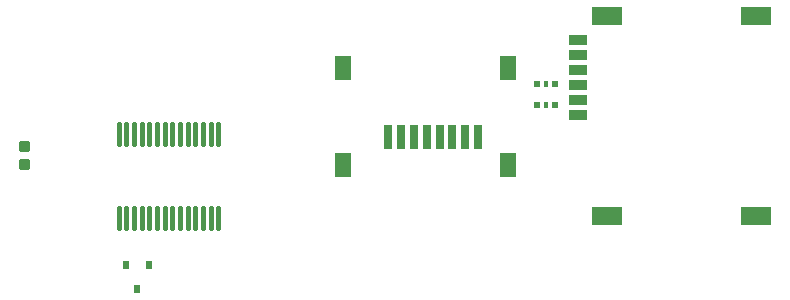
<source format=gbr>
G04 EAGLE Gerber X2 export*
%TF.Part,Single*%
%TF.FileFunction,Paste,Bot*%
%TF.FilePolarity,Positive*%
%TF.GenerationSoftware,Autodesk,EAGLE,8.6.3*%
%TF.CreationDate,2023-08-17T09:39:48Z*%
G75*
%MOMM*%
%FSLAX34Y34*%
%LPD*%
%AMOC8*
5,1,8,0,0,1.08239X$1,22.5*%
G01*
%ADD10R,0.500000X0.500000*%
%ADD11R,0.400000X0.500000*%
%ADD12R,2.610000X1.560000*%
%ADD13R,1.500000X0.900000*%
%ADD14R,0.800000X2.008000*%
%ADD15R,1.450000X2.000000*%
%ADD16C,0.222250*%
%ADD17C,0.381000*%
%ADD18R,0.600000X0.700000*%


D10*
X341750Y229980D03*
D11*
X349250Y229980D03*
D10*
X356750Y229980D03*
X356750Y211980D03*
D11*
X349250Y211980D03*
D10*
X341750Y211980D03*
D12*
X400900Y287400D03*
X526900Y287400D03*
X526900Y118400D03*
X400900Y118400D03*
D13*
X376900Y267100D03*
X376900Y254400D03*
X376900Y241700D03*
X376900Y229000D03*
X376900Y216300D03*
X376900Y203600D03*
D14*
X215286Y185040D03*
X226286Y185040D03*
X237286Y185040D03*
X248286Y185040D03*
X259286Y185040D03*
X270286Y185040D03*
X281286Y185040D03*
X292286Y185040D03*
D15*
X177250Y161580D03*
X317290Y161580D03*
X177250Y243564D03*
X317290Y243564D03*
D16*
X-95790Y180880D02*
X-95790Y174212D01*
X-95790Y180880D02*
X-89122Y180880D01*
X-89122Y174212D01*
X-95790Y174212D01*
X-95790Y176434D02*
X-89122Y176434D01*
X-89122Y178656D02*
X-95790Y178656D01*
X-95790Y180878D02*
X-89122Y180878D01*
X-95790Y165640D02*
X-95790Y158972D01*
X-95790Y165640D02*
X-89122Y165640D01*
X-89122Y158972D01*
X-95790Y158972D01*
X-95790Y161194D02*
X-89122Y161194D01*
X-89122Y163416D02*
X-95790Y163416D01*
X-95790Y165638D02*
X-89122Y165638D01*
D17*
X72136Y124587D02*
X72136Y108077D01*
X65634Y108077D02*
X65634Y124587D01*
X59136Y124587D02*
X59136Y108077D01*
X52636Y108077D02*
X52636Y124587D01*
X46134Y124587D02*
X46134Y108077D01*
X39637Y108077D02*
X39637Y124587D01*
X33139Y124587D02*
X33139Y108077D01*
X26637Y108077D02*
X26637Y124587D01*
X20137Y124587D02*
X20137Y108077D01*
X13635Y108077D02*
X13635Y124587D01*
X7132Y124587D02*
X7132Y108077D01*
X635Y108077D02*
X635Y124587D01*
X-5862Y124587D02*
X-5862Y108077D01*
X-12365Y108077D02*
X-12365Y124587D01*
X-12365Y179197D02*
X-12365Y195707D01*
X-5862Y195707D02*
X-5862Y179197D01*
X635Y179197D02*
X635Y195707D01*
X7132Y195707D02*
X7132Y179197D01*
X13635Y179197D02*
X13635Y195707D01*
X20137Y195707D02*
X20137Y179197D01*
X26637Y179197D02*
X26637Y195707D01*
X33139Y195707D02*
X33139Y179197D01*
X39637Y179197D02*
X39637Y195707D01*
X46134Y195707D02*
X46134Y179197D01*
X52636Y179197D02*
X52636Y195707D01*
X59136Y195707D02*
X59136Y179197D01*
X65639Y179197D02*
X65639Y195707D01*
X72136Y195707D02*
X72136Y179197D01*
D18*
X-5944Y76548D03*
X13056Y76548D03*
X3556Y56548D03*
M02*

</source>
